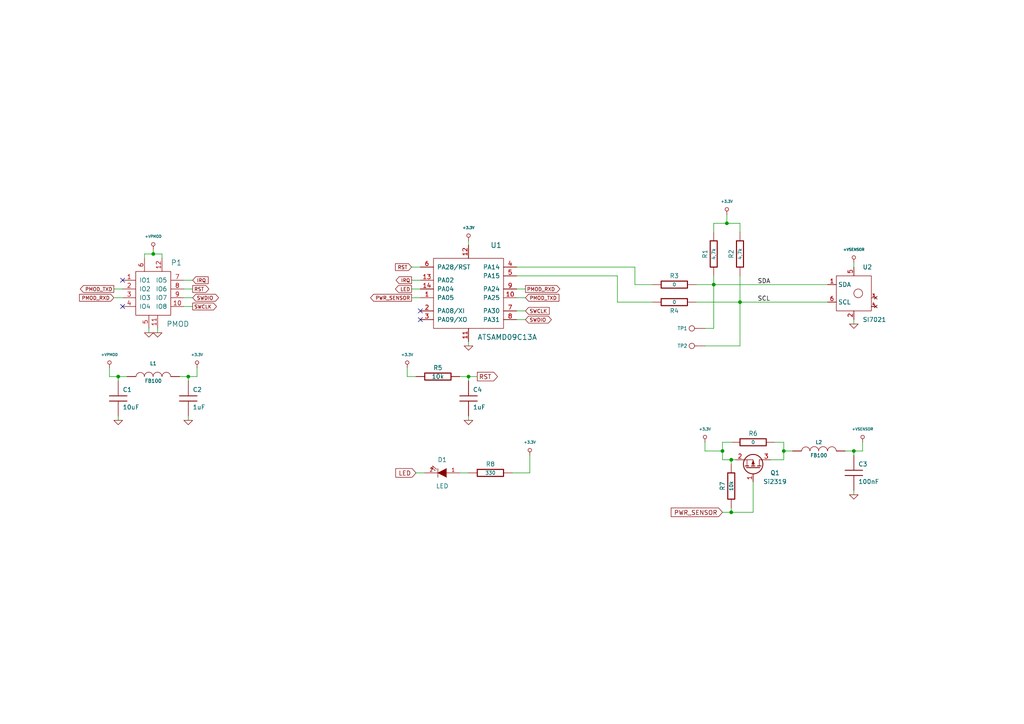
<source format=kicad_sch>
(kicad_sch (version 20211123) (generator eeschema)
  (paper "A4")
  (title_block (title "PMOD - Temperature / Humidity with Si7021") (date "2022-08-13") (rev "2") (company "Agilack") (comment 1 "License: CC-by-SA"))
  (lib_symbols
    (symbol "pmod-trh:+3.3V" (power) (pin_names (offset 0))
      (property "Value" "+3.3V" (at 0 2.794 0))
      (symbol "+3.3V_0_0"
        (pin power_in line (at 0 0 90) (length 0) hide (name "+3.3V") (number "1"))
      )
      (symbol "+3.3V_0_1"
        (polyline (pts (xy 0 0) (xy 0 1.016) (xy 0 1.016)))
        (circle (center 0 1.524) (radius 0.508))
      )
    )
    (symbol "pmod-trh:+VPMOD" (power) (pin_names (offset 0))
      (property "Value" "+VPMOD" (at 0 2.794 0))
      (symbol "+VPMOD_0_0"
        (pin power_in line (at 0 0 90) (length 0) hide (name "+VPMOD") (number "1"))
      )
      (symbol "+VPMOD_0_1"
        (polyline (pts (xy 0 0) (xy 0 1.016) (xy 0 1.016)))
        (circle (center 0 1.524) (radius 0.508))
      )
    )
    (symbol "pmod-trh:+VSENSOR" (power) (pin_names (offset 0))
      (property "Value" "+VSENSOR" (at 0 2.794 0))
      (symbol "+VSENSOR_0_0"
        (pin power_in line (at 0 0 90) (length 0) hide (name "+VSENSOR") (number "1"))
      )
      (symbol "+VSENSOR_0_1"
        (polyline (pts (xy 0 0) (xy 0 1.016) (xy 0 1.016)))
        (circle (center 0 1.524) (radius 0.508))
      )
    )
    (symbol "pmod-trh:ATSAMD09C13A" (pin_names (offset 1.016))
      (property "Reference" "U" (at 6.35 12.7 0))
      (property "Value" "ATSAMD09C13A" (at 11.43 -12.7 0))
      (symbol "ATSAMD09C13A_0_1"
        (rectangle (start -10.16 10.16) (end 10.16 -10.16))
      )
      (symbol "ATSAMD09C13A_1_1"
        (pin bidirectional line (at -13.97 -1.27 0) (length 3.81) (name "PA05") (number "1"))
        (pin bidirectional line (at 13.97 -1.27 180) (length 3.81) (name "PA25") (number "10"))
        (pin power_in line (at 0 -13.97 90) (length 3.81) (name "~") (number "11"))
        (pin power_in line (at 0 13.97 270) (length 3.81) (name "~") (number "12"))
        (pin bidirectional line (at -13.97 3.81 0) (length 3.81) (name "PA02") (number "13"))
        (pin bidirectional line (at -13.97 1.27 0) (length 3.81) (name "PA04") (number "14"))
        (pin bidirectional line (at -13.97 -5.08 0) (length 3.81) (name "PA08/XI") (number "2"))
        (pin bidirectional line (at -13.97 -7.62 0) (length 3.81) (name "PA09/XO") (number "3"))
        (pin bidirectional line (at 13.97 7.62 180) (length 3.81) (name "PA14") (number "4"))
        (pin bidirectional line (at 13.97 5.08 180) (length 3.81) (name "PA15") (number "5"))
        (pin bidirectional line (at -13.97 7.62 0) (length 3.81) (name "PA28/RST") (number "6"))
        (pin bidirectional line (at 13.97 -5.08 180) (length 3.81) (name "PA30") (number "7"))
        (pin bidirectional line (at 13.97 -7.62 180) (length 3.81) (name "PA31") (number "8"))
        (pin bidirectional line (at 13.97 1.27 180) (length 3.81) (name "PA24") (number "9"))
      )
    )
    (symbol "pmod-trh:C" (pin_numbers hide) (pin_names (offset 0.254))
      (property "Reference" "C" (at 1.27 2.54 0))
      (property "Value" "C" (at 1.27 -2.54 0))
      (symbol "C_0_1"
        (polyline (pts (xy -2.54 -0.762) (xy 2.54 -0.762)) (stroke (width 0.254)))
        (polyline (pts (xy -2.54 0.762) (xy 2.54 0.762)) (stroke (width 0.254)))
      )
      (symbol "C_1_1"
        (pin passive line (at 0 5.08 270) (length 4.318) (name "~") (number "1"))
        (pin passive line (at 0 -5.08 90) (length 4.318) (name "~") (number "2"))
      )
    )
    (symbol "pmod-trh:CONN_1" (pin_numbers hide) (pin_names (offset 0.762) hide)
      (property "Reference" "P" (at 2.032 0 0))
      (symbol "CONN_1_0_1"
        (polyline (pts (xy -0.762 0) (xy -1.27 0)))
        (circle (center 0 0) (radius 0.7874))
      )
      (symbol "CONN_1_1_1"
        (pin passive line (at -3.81 0 0) (length 2.54) (name "1") (number "1"))
      )
    )
    (symbol "pmod-trh:GND" (power) (pin_names (offset 0))
      (symbol "GND_0_1"
        (polyline (pts (xy -1.27 0) (xy 0 -1.27) (xy 1.27 0) (xy -1.27 0)))
      )
      (symbol "GND_1_1"
        (pin power_in line (at 0 0 90) (length 0) hide (name "GND") (number "1"))
      )
    )
    (symbol "pmod-trh:INDUCTOR" (pin_numbers hide) (pin_names (offset 1.016) hide)
      (property "Reference" "L" (at -1.27 0 90))
      (property "Value" "INDUCTOR" (at 2.54 0 90))
      (symbol "INDUCTOR_0_1"
        (arc (start 0.0254 -5.0546) (mid 1.245 -3.7973) (end 0.0254 -2.54))
        (arc (start 0.0254 -2.5146) (mid 1.2704 -1.2319) (end 0.0254 0.0508))
        (arc (start 0.0254 0.0254) (mid 1.2704 1.3081) (end 0.0254 2.5908))
        (arc (start 0.0254 2.5654) (mid 1.1942 3.7719) (end 0.0254 4.9784))
      )
      (symbol "INDUCTOR_1_1"
        (pin passive line (at 0 7.62 270) (length 2.54) (name "1") (number "1"))
        (pin passive line (at 0 -7.62 90) (length 2.54) (name "2") (number "2"))
      )
    )
    (symbol "pmod-trh:LED" (pin_names (offset 1.016) hide)
      (property "Reference" "D" (at 0 2.54 0))
      (property "Value" "LED" (at 0 -2.54 0))
      (symbol "LED_0_1"
        (polyline (pts (xy 1.27 1.27) (xy 1.27 -1.27)))
        (polyline (pts (xy -1.27 1.27) (xy 1.27 0) (xy -1.27 -1.27)) (fill (type outline)))
        (polyline (pts (xy 1.651 -1.016) (xy 2.794 -2.032) (xy 2.667 -1.397)))
        (polyline (pts (xy 2.032 -0.635) (xy 3.175 -1.651) (xy 3.048 -1.016)))
      )
      (symbol "LED_1_1"
        (pin passive line (at -5.08 0 0) (length 3.81) (name "A") (number "1"))
        (pin passive line (at 5.08 0 180) (length 3.81) (name "K") (number "2"))
      )
    )
    (symbol "pmod-trh:PMOD" (pin_names (offset 1.016))
      (property "Reference" "P" (at 5.08 7.62 0))
      (property "Value" "PMOD" (at 6.35 -7.62 0))
      (symbol "PMOD_0_1"
        (rectangle (start -5.08 6.35) (end 5.08 -6.35))
      )
      (symbol "PMOD_1_1"
        (pin bidirectional line (at -8.89 3.81 0) (length 3.81) (name "IO1") (number "1"))
        (pin bidirectional line (at 8.89 -3.81 180) (length 3.81) (name "IO8") (number "10"))
        (pin power_in line (at 1.27 -10.16 90) (length 3.81) (name "~") (number "11"))
        (pin power_in line (at 2.54 10.16 270) (length 3.81) (name "~") (number "12"))
        (pin bidirectional line (at -8.89 1.27 0) (length 3.81) (name "IO2") (number "2"))
        (pin bidirectional line (at -8.89 -1.27 0) (length 3.81) (name "IO3") (number "3"))
        (pin bidirectional line (at -8.89 -3.81 0) (length 3.81) (name "IO4") (number "4"))
        (pin power_in line (at -1.27 -10.16 90) (length 3.81) (name "~") (number "5"))
        (pin power_in line (at -2.54 10.16 270) (length 3.81) (name "~") (number "6"))
        (pin bidirectional line (at 8.89 3.81 180) (length 3.81) (name "IO5") (number "7"))
        (pin bidirectional line (at 8.89 1.27 180) (length 3.81) (name "IO6") (number "8"))
        (pin bidirectional line (at 8.89 -1.27 180) (length 3.81) (name "IO7") (number "9"))
      )
    )
    (symbol "pmod-trh:Q_PMOS" (pin_names (offset 0) hide)
      (property "Reference" "Q" (at 3.81 1.27 0))
      (property "Value" "Q_PMOS" (at 3.81 -1.27 0))
      (symbol "Q_PMOS_0_1"
        (polyline (pts (xy -0.508 -1.778) (xy 1.27 -1.778)))
        (polyline (pts (xy -0.508 -1.27) (xy -0.508 -2.286)) (stroke (width 0.254)))
        (polyline (pts (xy -0.508 0) (xy 1.27 0)))
        (polyline (pts (xy -0.508 0.508) (xy -0.508 -0.508)) (stroke (width 0.254)))
        (polyline (pts (xy -0.508 1.778) (xy 1.27 1.778)))
        (polyline (pts (xy -0.508 2.286) (xy -0.508 1.27)) (stroke (width 0.254)))
        (polyline (pts (xy 1.27 -1.778) (xy 1.27 -2.54)))
        (polyline (pts (xy 1.27 -1.778) (xy 1.27 0)))
        (polyline (pts (xy 1.27 2.54) (xy 1.27 1.778)))
        (polyline (pts (xy -1.016 1.905) (xy -1.016 -1.905) (xy -1.016 -1.905)) (stroke (width 0.254)))
        (polyline (pts (xy 1.016 0) (xy 0 -0.381) (xy 0 0.381) (xy 1.016 0)) (fill (type outline)))
        (circle (center 0 0) (radius 2.8194) (stroke (width 0.254)))
      )
      (symbol "Q_PMOS_1_1"
        (pin input line (at -5.08 0 0) (length 2.286) (name "G") (number "1"))
        (pin passive line (at 1.27 -5.08 90) (length 2.54) (name "S") (number "2"))
        (pin passive line (at 1.27 5.08 270) (length 2.54) (name "D") (number "3"))
      )
    )
    (symbol "pmod-trh:R" (pin_numbers hide) (pin_names (offset 0))
      (property "Reference" "R" (at 2.032 0 90))
      (property "Value" "R" (at 0 0 90))
      (symbol "R_0_1"
        (rectangle (start -1.016 3.81) (end 1.016 -3.81) (stroke (width 0.3048)))
      )
      (symbol "R_1_1"
        (pin passive line (at 0 6.35 270) (length 2.54) (name "~") (number "1"))
        (pin passive line (at 0 -6.35 90) (length 2.54) (name "~") (number "2"))
      )
    )
    (symbol "pmod-trh:SI7021"
      (property "Reference" "U" (at 3.81 7.62 0))
      (property "Value" "SI7021" (at 5.08 -7.62 0))
      (symbol "SI7021_0_1"
        (rectangle (start -5.08 5.08) (end 5.08 -5.08))
        (circle (center 1.27 0) (radius 1.27))
      )
      (symbol "SI7021_1_1"
        (pin open_collector line (at -7.62 2.54 0) (length 2.54) (name "SDA") (number "1"))
        (pin power_in line (at 0 -7.62 90) (length 2.54) (name "~") (number "2"))
        (pin no_connect line (at 6.35 -1.27 180) (length 1.27) (name "~") (number "3"))
        (pin no_connect line (at 6.35 -3.81 180) (length 1.27) (name "~") (number "4"))
        (pin power_in line (at 0 7.62 270) (length 2.54) (name "~") (number "5"))
        (pin open_collector line (at -7.62 -2.54 0) (length 2.54) (name "SCL") (number "6"))
      )
    )
  )
  (junction (at 207.01 82.55))
  (junction (at 44.45 73.66))
  (junction (at 135.89 109.22))
  (junction (at 34.29 109.22))
  (junction (at 212.09 133.35))
  (junction (at 210.82 64.77))
  (junction (at 214.63 87.63))
  (junction (at 212.09 148.59))
  (junction (at 227.33 130.81))
  (junction (at 247.65 130.81))
  (junction (at 54.61 109.22))
  (junction (at 209.55 130.81))
  (no_connect (at 121.92 90.17))
  (no_connect (at 121.92 92.71))
  (no_connect (at 35.56 81.28))
  (no_connect (at 35.56 88.9))
  (wire (pts (xy 207.01 82.55) (xy 207.01 95.25)))
  (wire (pts (xy 41.91 74.93) (xy 41.91 73.66)))
  (wire (pts (xy 207.01 82.55) (xy 207.01 80.01)))
  (wire (pts (xy 207.01 64.77) (xy 207.01 67.31)))
  (wire (pts (xy 245.11 130.81) (xy 247.65 130.81)))
  (wire (pts (xy 153.67 137.16) (xy 148.59 137.16)))
  (wire (pts (xy 34.29 109.22) (xy 36.83 109.22)))
  (wire (pts (xy 204.47 128.27) (xy 204.47 130.81)))
  (wire (pts (xy 214.63 80.01) (xy 214.63 87.63)))
  (wire (pts (xy 247.65 92.71) (xy 247.65 93.98)))
  (wire (pts (xy 212.09 148.59) (xy 218.44 148.59)))
  (wire (pts (xy 149.86 77.47) (xy 184.15 77.47)))
  (wire (pts (xy 135.89 120.65) (xy 135.89 121.92)))
  (wire (pts (xy 149.86 92.71) (xy 152.4 92.71)))
  (wire (pts (xy 120.65 137.16) (xy 123.19 137.16)))
  (wire (pts (xy 33.02 86.36) (xy 35.56 86.36)))
  (wire (pts (xy 212.09 128.27) (xy 209.55 128.27)))
  (wire (pts (xy 119.38 81.28) (xy 121.92 81.28)))
  (wire (pts (xy 119.38 77.47) (xy 121.92 77.47)))
  (wire (pts (xy 184.15 77.47) (xy 184.15 82.55)))
  (wire (pts (xy 57.15 106.68) (xy 57.15 109.22)))
  (wire (pts (xy 212.09 133.35) (xy 209.55 133.35)))
  (wire (pts (xy 250.19 128.27) (xy 250.19 130.81)))
  (wire (pts (xy 133.35 137.16) (xy 135.89 137.16)))
  (wire (pts (xy 149.86 90.17) (xy 152.4 90.17)))
  (wire (pts (xy 209.55 130.81) (xy 209.55 133.35)))
  (wire (pts (xy 34.29 120.65) (xy 34.29 121.92)))
  (wire (pts (xy 31.75 106.68) (xy 31.75 109.22)))
  (wire (pts (xy 179.07 87.63) (xy 189.23 87.63)))
  (wire (pts (xy 53.34 86.36) (xy 55.88 86.36)))
  (wire (pts (xy 224.79 128.27) (xy 227.33 128.27)))
  (wire (pts (xy 118.11 106.68) (xy 118.11 109.22)))
  (wire (pts (xy 204.47 130.81) (xy 209.55 130.81)))
  (wire (pts (xy 214.63 64.77) (xy 214.63 67.31)))
  (wire (pts (xy 240.03 82.55) (xy 207.01 82.55)))
  (wire (pts (xy 119.38 83.82) (xy 121.92 83.82)))
  (wire (pts (xy 53.34 83.82) (xy 55.88 83.82)))
  (wire (pts (xy 207.01 95.25) (xy 204.47 95.25)))
  (wire (pts (xy 31.75 109.22) (xy 34.29 109.22)))
  (wire (pts (xy 209.55 148.59) (xy 212.09 148.59)))
  (wire (pts (xy 118.11 109.22) (xy 120.65 109.22)))
  (wire (pts (xy 184.15 82.55) (xy 189.23 82.55)))
  (wire (pts (xy 135.89 109.22) (xy 135.89 110.49)))
  (wire (pts (xy 135.89 69.85) (xy 135.89 71.12)))
  (wire (pts (xy 210.82 64.77) (xy 207.01 64.77)))
  (wire (pts (xy 44.45 73.66) (xy 46.99 73.66)))
  (wire (pts (xy 179.07 80.01) (xy 179.07 87.63)))
  (wire (pts (xy 54.61 109.22) (xy 52.07 109.22)))
  (wire (pts (xy 210.82 62.23) (xy 210.82 64.77)))
  (wire (pts (xy 54.61 120.65) (xy 54.61 121.92)))
  (wire (pts (xy 43.18 95.25) (xy 43.18 96.52)))
  (wire (pts (xy 201.93 82.55) (xy 207.01 82.55)))
  (wire (pts (xy 149.86 83.82) (xy 152.4 83.82)))
  (wire (pts (xy 212.09 147.32) (xy 212.09 148.59)))
  (wire (pts (xy 33.02 83.82) (xy 35.56 83.82)))
  (wire (pts (xy 247.65 130.81) (xy 247.65 132.08)))
  (wire (pts (xy 210.82 64.77) (xy 214.63 64.77)))
  (wire (pts (xy 41.91 73.66) (xy 44.45 73.66)))
  (wire (pts (xy 227.33 130.81) (xy 229.87 130.81)))
  (wire (pts (xy 214.63 100.33) (xy 204.47 100.33)))
  (wire (pts (xy 214.63 87.63) (xy 240.03 87.63)))
  (wire (pts (xy 223.52 133.35) (xy 227.33 133.35)))
  (wire (pts (xy 153.67 132.08) (xy 153.67 137.16)))
  (wire (pts (xy 247.65 142.24) (xy 247.65 143.51)))
  (wire (pts (xy 149.86 80.01) (xy 179.07 80.01)))
  (wire (pts (xy 209.55 128.27) (xy 209.55 130.81)))
  (wire (pts (xy 34.29 109.22) (xy 34.29 110.49)))
  (wire (pts (xy 53.34 81.28) (xy 55.88 81.28)))
  (wire (pts (xy 54.61 109.22) (xy 54.61 110.49)))
  (wire (pts (xy 213.36 133.35) (xy 212.09 133.35)))
  (wire (pts (xy 227.33 133.35) (xy 227.33 130.81)))
  (wire (pts (xy 54.61 109.22) (xy 57.15 109.22)))
  (wire (pts (xy 201.93 87.63) (xy 214.63 87.63)))
  (wire (pts (xy 227.33 128.27) (xy 227.33 130.81)))
  (wire (pts (xy 119.38 86.36) (xy 121.92 86.36)))
  (wire (pts (xy 250.19 130.81) (xy 247.65 130.81)))
  (wire (pts (xy 135.89 99.06) (xy 135.89 100.33)))
  (wire (pts (xy 218.44 148.59) (xy 218.44 139.7)))
  (wire (pts (xy 53.34 88.9) (xy 55.88 88.9)))
  (wire (pts (xy 45.72 95.25) (xy 45.72 96.52)))
  (wire (pts (xy 46.99 73.66) (xy 46.99 74.93)))
  (wire (pts (xy 135.89 109.22) (xy 138.43 109.22)))
  (wire (pts (xy 212.09 133.35) (xy 212.09 134.62)))
  (wire (pts (xy 149.86 86.36) (xy 152.4 86.36)))
  (wire (pts (xy 133.35 109.22) (xy 135.89 109.22)))
  (wire (pts (xy 44.45 72.39) (xy 44.45 73.66)))
  (wire (pts (xy 214.63 87.63) (xy 214.63 100.33)))
  (wire (pts (xy 247.65 76.2) (xy 247.65 77.47)))
  (label "SDA" (at 219.71 82.55 0))
  (label "SCL" (at 219.71 87.63 0))
  (global_label "SWCLK" (shape output) (at 55.88 88.9 0) (effects (font (size 1.016 1.016))) (property "Intersheet References" "${INTERSHEET_REFS}" (effects hide)))
  (global_label "LED" (shape output) (at 119.38 83.82 180) (effects (font (size 1.016 1.016))) (property "Intersheet References" "${INTERSHEET_REFS}" (effects hide)))
  (global_label "RST" (shape output) (at 138.43 109.22 0) (property "Intersheet References" "${INTERSHEET_REFS}" (effects hide)))
  (global_label "IRQ" (shape input) (at 55.88 81.28 0) (effects (font (size 1.016 1.016))) (property "Intersheet References" "${INTERSHEET_REFS}" (effects hide)))
  (global_label "SWDIO" (shape bidirectional) (at 55.88 86.36 0) (effects (font (size 1.016 1.016))) (property "Intersheet References" "${INTERSHEET_REFS}" (effects hide)))
  (global_label "PWR_SENSOR" (shape output) (at 119.38 86.36 180) (effects (font (size 1.016 1.016))) (property "Intersheet References" "${INTERSHEET_REFS}" (effects hide)))
  (global_label "SWDIO" (shape bidirectional) (at 152.4 92.71 0) (effects (font (size 1.016 1.016))) (property "Intersheet References" "${INTERSHEET_REFS}" (effects hide)))
  (global_label "RST" (shape input) (at 119.38 77.47 180) (effects (font (size 1.016 1.016))) (property "Intersheet References" "${INTERSHEET_REFS}" (effects hide)))
  (global_label "LED" (shape input) (at 120.65 137.16 180) (property "Intersheet References" "${INTERSHEET_REFS}" (effects hide)))
  (global_label "SWCLK" (shape input) (at 152.4 90.17 0) (effects (font (size 1.016 1.016))) (property "Intersheet References" "${INTERSHEET_REFS}" (effects hide)))
  (global_label "PMOD_RXD" (shape input) (at 33.02 86.36 180) (effects (font (size 1.016 1.016))) (property "Intersheet References" "${INTERSHEET_REFS}" (effects hide)))
  (global_label "PMOD_RXD" (shape output) (at 152.4 83.82 0) (effects (font (size 1.016 1.016))) (property "Intersheet References" "${INTERSHEET_REFS}" (effects hide)))
  (global_label "IRQ" (shape output) (at 119.38 81.28 180) (effects (font (size 1.016 1.016))) (property "Intersheet References" "${INTERSHEET_REFS}" (effects hide)))
  (global_label "PWR_SENSOR" (shape input) (at 209.55 148.59 180) (property "Intersheet References" "${INTERSHEET_REFS}" (effects hide)))
  (global_label "RST" (shape output) (at 55.88 83.82 0) (effects (font (size 1.016 1.016))) (property "Intersheet References" "${INTERSHEET_REFS}" (effects hide)))
  (global_label "PMOD_TXD" (shape input) (at 152.4 86.36 0) (effects (font (size 1.016 1.016))) (property "Intersheet References" "${INTERSHEET_REFS}" (effects hide)))
  (global_label "PMOD_TXD" (shape output) (at 33.02 83.82 180) (effects (font (size 1.016 1.016))) (property "Intersheet References" "${INTERSHEET_REFS}" (effects hide)))
  (symbol (lib_id "pmod-trh:PMOD") (at 44.45 85.09 0) (unit 1)
    (property "Reference" "P1" (at 49.53 76.2 0) (effects (font (size 1.524 1.524)) (justify left)))
    (property "Value" "PMOD" (at 48.26 93.98 0) (effects (font (size 1.524 1.524)) (justify left)))
    (property "Footprint" "pmod-trh:CONN_PMOD-Male" (effects hide))
  )
  (symbol (lib_id "pmod-trh:+VPMOD") (at 31.75 106.68 0) (unit 1)
    (property "Reference" "#PWR0106" (effects hide))
    (property "Value" "+VPMOD" (at 31.75 102.87 0) (effects (font (size 0.762 0.762))))
  )
  (symbol (lib_id "pmod-trh:+VSENSOR") (at 247.65 76.2 0) (unit 1)
    (property "Reference" "#PWR0112" (effects hide))
    (property "Value" "+VSENSOR" (at 247.65 72.39 0) (effects (font (size 0.762 0.762))))
  )
  (symbol (lib_id "pmod-trh:Q_PMOS") (at 218.44 134.62 270) (mirror x) (unit 1)
    (property "Reference" "Q1" (at 224.79 137.16 90))
    (property "Value" "Si2319" (at 224.79 139.7 90))
    (property "Footprint" "pmod-trh:SOT23-3" (effects hide))
  )
  (symbol (lib_id "pmod-trh:+VSENSOR") (at 250.19 128.27 0) (unit 1)
    (property "Reference" "#PWR0114" (effects hide))
    (property "Value" "+VSENSOR" (at 250.19 124.46 0) (effects (font (size 0.762 0.762))))
  )
  (symbol (lib_id "pmod-trh:GND") (at 247.65 93.98 0) (unit 1)
    (property "Reference" "#PWR0111" (effects hide))
    (property "Value" "GND" (effects hide))
  )
  (symbol (lib_id "pmod-trh:ATSAMD09C13A") (at 135.89 85.09 0) (unit 1)
    (property "Reference" "U1" (at 142.24 71.12 0) (effects (font (size 1.524 1.524)) (justify left)))
    (property "Value" "ATSAMD09C13A" (at 138.43 97.79 0) (effects (font (size 1.524 1.524)) (justify left)))
    (property "Footprint" "pmod-trh:SOIC-14" (effects hide))
  )
  (symbol (lib_id "pmod-trh:+3.3V") (at 210.82 62.23 0) (unit 1)
    (property "Reference" "#PWR0110" (effects hide))
    (property "Value" "+3.3V" (at 210.82 58.42 0) (effects (font (size 0.762 0.762))))
  )
  (symbol (lib_id "pmod-trh:R") (at 214.63 73.66 0) (unit 1)
    (property "Reference" "R2" (at 212.09 73.66 90))
    (property "Value" "4,7k" (at 214.63 73.66 90) (effects (font (size 1.016 1.016))))
    (property "Footprint" "pmod-trh:SMD0603" (effects hide))
  )
  (symbol (lib_id "pmod-trh:SI7021") (at 247.65 85.09 0) (unit 1)
    (property "Reference" "U2" (at 250.19 77.47 0) (effects (justify left)))
    (property "Value" "SI7021" (at 250.19 92.71 0) (effects (justify left)))
    (property "Footprint" "pmod-trh:DFN6" (effects hide))
  )
  (symbol (lib_id "pmod-trh:+VPMOD") (at 44.45 72.39 0) (unit 1)
    (property "Reference" "#PWR0109" (effects hide))
    (property "Value" "+VPMOD" (at 44.45 68.58 0) (effects (font (size 0.762 0.762))))
  )
  (symbol (lib_id "pmod-trh:C") (at 54.61 115.57 0) (unit 1)
    (property "Reference" "C2" (at 55.88 113.03 0) (effects (justify left)))
    (property "Value" "1uF" (at 55.88 118.11 0) (effects (justify left)))
    (property "Footprint" "pmod-trh:SMD0603" (effects hide))
  )
  (symbol (lib_id "pmod-trh:C") (at 247.65 137.16 0) (unit 1)
    (property "Reference" "C3" (at 248.92 134.62 0) (effects (justify left)))
    (property "Value" "100nF" (at 248.92 139.7 0) (effects (justify left)))
    (property "Footprint" "pmod-trh:SMD0603" (effects hide))
  )
  (symbol (lib_id "pmod-trh:GND") (at 34.29 121.92 0) (unit 1)
    (property "Reference" "#PWR0107" (effects hide))
    (property "Value" "GND" (effects hide))
  )
  (symbol (lib_id "pmod-trh:R") (at 218.44 128.27 90) (unit 1)
    (property "Reference" "R6" (at 218.44 125.73 90))
    (property "Value" "0" (at 218.44 128.27 90) (effects (font (size 1.016 1.016))))
    (property "Footprint" "pmod-trh:SMD0603" (effects hide))
  )
  (symbol (lib_id "pmod-trh:INDUCTOR") (at 44.45 109.22 90) (unit 1)
    (property "Reference" "L1" (at 44.45 105.41 90) (effects (font (size 1.016 1.016))))
    (property "Value" "FB100" (at 44.45 110.49 90) (effects (font (size 1.016 1.016))))
    (property "Footprint" "pmod-trh:SMD0603" (effects hide))
  )
  (symbol (lib_id "pmod-trh:+3.3V") (at 204.47 128.27 0) (unit 1)
    (property "Reference" "#PWR0115" (effects hide))
    (property "Value" "+3.3V" (at 204.47 124.46 0) (effects (font (size 0.762 0.762))))
  )
  (symbol (lib_id "pmod-trh:GND") (at 135.89 121.92 0) (unit 1)
    (property "Reference" "#PWR0116" (effects hide))
    (property "Value" "GND" (effects hide))
  )
  (symbol (lib_id "pmod-trh:R") (at 195.58 87.63 90) (unit 1)
    (property "Reference" "R4" (at 195.58 90.17 90))
    (property "Value" "0" (at 195.58 87.63 90) (effects (font (size 1.016 1.016))))
    (property "Footprint" "pmod-trh:SMD0603" (effects hide))
  )
  (symbol (lib_id "pmod-trh:LED") (at 128.27 137.16 180) (unit 1)
    (property "Reference" "D1" (at 128.27 133.35 0))
    (property "Value" "LED" (at 128.27 140.97 0))
    (property "Footprint" "pmod-trh:SMD0805" (effects hide))
  )
  (symbol (lib_id "pmod-trh:+3.3V") (at 153.67 132.08 0) (unit 1)
    (property "Reference" "#PWR0118" (effects hide))
    (property "Value" "+3.3V" (at 153.67 128.27 0) (effects (font (size 0.762 0.762))))
  )
  (symbol (lib_id "pmod-trh:GND") (at 43.18 96.52 0) (unit 1)
    (property "Reference" "#PWR0104" (effects hide))
    (property "Value" "GND" (effects hide))
  )
  (symbol (lib_id "pmod-trh:+3.3V") (at 118.11 106.68 0) (unit 1)
    (property "Reference" "#PWR0117" (effects hide))
    (property "Value" "+3.3V" (at 118.11 102.87 0) (effects (font (size 0.762 0.762))))
  )
  (symbol (lib_id "pmod-trh:GND") (at 45.72 96.52 0) (unit 1)
    (property "Reference" "#PWR0105" (effects hide))
    (property "Value" "GND" (effects hide))
  )
  (symbol (lib_id "pmod-trh:+3.3V") (at 135.89 69.85 0) (unit 1)
    (property "Reference" "#PWR0102" (effects hide))
    (property "Value" "+3.3V" (at 135.89 66.04 0) (effects (font (size 0.762 0.762))))
  )
  (symbol (lib_id "pmod-trh:C") (at 34.29 115.57 0) (unit 1)
    (property "Reference" "C1" (at 35.56 113.03 0) (effects (justify left)))
    (property "Value" "10uF" (at 35.56 118.11 0) (effects (justify left)))
    (property "Footprint" "pmod-trh:SMD0805" (effects hide))
  )
  (symbol (lib_id "pmod-trh:GND") (at 135.89 100.33 0) (unit 1)
    (property "Reference" "#PWR0103" (effects hide))
    (property "Value" "GND" (effects hide))
  )
  (symbol (lib_id "pmod-trh:R") (at 142.24 137.16 90) (unit 1)
    (property "Reference" "R8" (at 142.24 134.62 90))
    (property "Value" "330" (at 142.24 137.16 90) (effects (font (size 1.016 1.016))))
    (property "Footprint" "pmod-trh:SMD0603" (effects hide))
  )
  (symbol (lib_id "pmod-trh:R") (at 127 109.22 90) (unit 1)
    (property "Reference" "R5" (at 127 106.68 90))
    (property "Value" "10k" (at 127 109.22 90))
    (property "Footprint" "pmod-trh:SMD0603" (effects hide))
  )
  (symbol (lib_id "pmod-trh:GND") (at 247.65 143.51 0) (unit 1)
    (property "Reference" "#PWR0113" (effects hide))
    (property "Value" "GND" (effects hide))
  )
  (symbol (lib_id "pmod-trh:GND") (at 54.61 121.92 0) (unit 1)
    (property "Reference" "#PWR0108" (effects hide))
    (property "Value" "GND" (effects hide))
  )
  (symbol (lib_id "pmod-trh:R") (at 207.01 73.66 0) (unit 1)
    (property "Reference" "R1" (at 204.47 73.66 90))
    (property "Value" "4,7k" (at 207.01 73.66 90) (effects (font (size 1.016 1.016))))
    (property "Footprint" "pmod-trh:SMD0603" (effects hide))
  )
  (symbol (lib_id "pmod-trh:INDUCTOR") (at 237.49 130.81 90) (unit 1)
    (property "Reference" "L2" (at 237.49 128.27 90) (effects (font (size 1.016 1.016))))
    (property "Value" "FB100" (at 237.49 132.08 90) (effects (font (size 1.016 1.016))))
    (property "Footprint" "pmod-trh:SMD0603" (effects hide))
  )
  (symbol (lib_id "pmod-trh:+3.3V") (at 57.15 106.68 0) (unit 1)
    (property "Reference" "#PWR0101" (effects hide))
    (property "Value" "+3.3V" (at 57.15 102.87 0) (effects (font (size 0.762 0.762))))
  )
  (symbol (lib_id "pmod-trh:R") (at 212.09 140.97 180) (unit 1)
    (property "Reference" "R7" (at 209.55 140.97 90))
    (property "Value" "10k" (at 212.09 140.97 90) (effects (font (size 1.016 1.016))))
    (property "Footprint" "pmod-trh:SMD0603" (effects hide))
  )
  (symbol (lib_id "pmod-trh:C") (at 135.89 115.57 0) (unit 1)
    (property "Reference" "C4" (at 137.16 113.03 0) (effects (justify left)))
    (property "Value" "1uF" (at 137.16 118.11 0) (effects (justify left)))
    (property "Footprint" "pmod-trh:SMD0603" (effects hide))
  )
  (symbol (lib_id "pmod-trh:CONN_1") (at 200.66 95.25 180) (unit 1)
    (property "Reference" "TP1" (at 199.39 95.25 0) (effects (font (size 1.016 1.016)) (justify left)))
    (property "Value" "CONN_1" (effects hide))
    (property "Footprint" "pmod-trh:TP_SMD" (effects hide))
  )
  (symbol (lib_id "pmod-trh:R") (at 195.58 82.55 90) (unit 1)
    (property "Reference" "R3" (at 195.58 80.01 90))
    (property "Value" "0" (at 195.58 82.55 90) (effects (font (size 1.016 1.016))))
    (property "Footprint" "pmod-trh:SMD0603" (effects hide))
  )
  (symbol (lib_id "pmod-trh:CONN_1") (at 200.66 100.33 180) (unit 1)
    (property "Reference" "TP2" (at 199.39 100.33 0) (effects (font (size 1.016 1.016)) (justify left)))
    (property "Value" "CONN_1" (effects hide))
    (property "Footprint" "pmod-trh:TP_SMD" (effects hide))
  )
)
</source>
